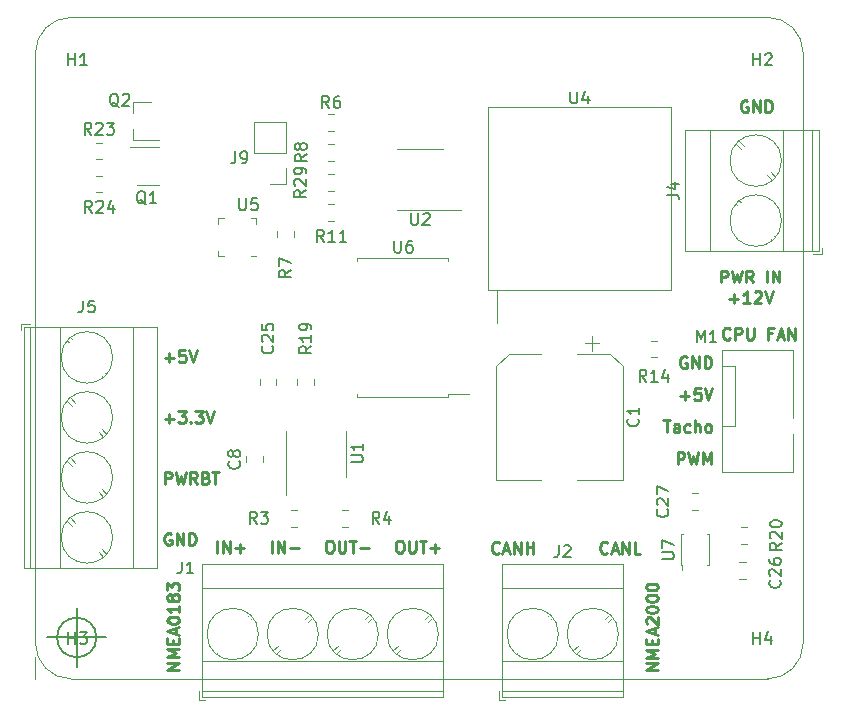
<source format=gbr>
G04 #@! TF.GenerationSoftware,KiCad,Pcbnew,(5.1.5-0-10_14)*
G04 #@! TF.CreationDate,2020-08-15T14:14:15-04:00*
G04 #@! TF.ProjectId,Mimosa-Power-Hat,4d696d6f-7361-42d5-906f-7765722d4861,rev?*
G04 #@! TF.SameCoordinates,PX4e3d4c0PY6c12040*
G04 #@! TF.FileFunction,Legend,Top*
G04 #@! TF.FilePolarity,Positive*
%FSLAX46Y46*%
G04 Gerber Fmt 4.6, Leading zero omitted, Abs format (unit mm)*
G04 Created by KiCad (PCBNEW (5.1.5-0-10_14)) date 2020-08-15 14:14:15*
%MOMM*%
%LPD*%
G04 APERTURE LIST*
%ADD10C,0.010000*%
%ADD11C,0.150000*%
%ADD12C,0.250000*%
%ADD13C,0.100000*%
%ADD14C,0.120000*%
G04 APERTURE END LIST*
D10*
X-3493644Y-1680000D02*
X-3493644Y-3497611D01*
D11*
X1666666Y0D02*
G75*
G03X1666666Y0I-1666666J0D01*
G01*
X-2500000Y0D02*
X2500000Y0D01*
X0Y2500000D02*
X0Y-2500000D01*
D12*
X50870771Y14671220D02*
X50870771Y15671220D01*
X51251723Y15671220D01*
X51346961Y15623600D01*
X51394580Y15575981D01*
X51442199Y15480743D01*
X51442199Y15337886D01*
X51394580Y15242648D01*
X51346961Y15195029D01*
X51251723Y15147410D01*
X50870771Y15147410D01*
X51775533Y15671220D02*
X52013628Y14671220D01*
X52204104Y15385505D01*
X52394580Y14671220D01*
X52632675Y15671220D01*
X53013628Y14671220D02*
X53013628Y15671220D01*
X53346961Y14956934D01*
X53680294Y15671220D01*
X53680294Y14671220D01*
X49680294Y18380554D02*
X50251723Y18380554D01*
X49966008Y17380554D02*
X49966008Y18380554D01*
X51013627Y17380554D02*
X51013627Y17904363D01*
X50966008Y17999601D01*
X50870770Y18047220D01*
X50680294Y18047220D01*
X50585056Y17999601D01*
X51013627Y17428173D02*
X50918389Y17380554D01*
X50680294Y17380554D01*
X50585056Y17428173D01*
X50537437Y17523411D01*
X50537437Y17618649D01*
X50585056Y17713887D01*
X50680294Y17761506D01*
X50918389Y17761506D01*
X51013627Y17809125D01*
X51918389Y17428173D02*
X51823151Y17380554D01*
X51632675Y17380554D01*
X51537437Y17428173D01*
X51489818Y17475792D01*
X51442199Y17571030D01*
X51442199Y17856744D01*
X51489818Y17951982D01*
X51537437Y17999601D01*
X51632675Y18047220D01*
X51823151Y18047220D01*
X51918389Y17999601D01*
X52346961Y17380554D02*
X52346961Y18380554D01*
X52775532Y17380554D02*
X52775532Y17904363D01*
X52727913Y17999601D01*
X52632675Y18047220D01*
X52489818Y18047220D01*
X52394580Y17999601D01*
X52346961Y17951982D01*
X53394580Y17380554D02*
X53299342Y17428173D01*
X53251723Y17475792D01*
X53204103Y17571030D01*
X53204103Y17856744D01*
X53251723Y17951982D01*
X53299342Y17999601D01*
X53394580Y18047220D01*
X53537437Y18047220D01*
X53632675Y17999601D01*
X53680294Y17951982D01*
X53727913Y17856744D01*
X53727913Y17571030D01*
X53680294Y17475792D01*
X53632675Y17428173D01*
X53537437Y17380554D01*
X53394580Y17380554D01*
X51108865Y20470839D02*
X51870770Y20470839D01*
X51489818Y20089887D02*
X51489818Y20851791D01*
X52823151Y21089887D02*
X52346960Y21089887D01*
X52299341Y20613696D01*
X52346960Y20661315D01*
X52442199Y20708934D01*
X52680294Y20708934D01*
X52775532Y20661315D01*
X52823151Y20613696D01*
X52870770Y20518458D01*
X52870770Y20280363D01*
X52823151Y20185125D01*
X52775532Y20137506D01*
X52680294Y20089887D01*
X52442199Y20089887D01*
X52346960Y20137506D01*
X52299341Y20185125D01*
X53156484Y21089887D02*
X53489818Y20089887D01*
X53823151Y21089887D01*
X51632675Y23751600D02*
X51537437Y23799220D01*
X51394580Y23799220D01*
X51251722Y23751600D01*
X51156484Y23656362D01*
X51108865Y23561124D01*
X51061246Y23370648D01*
X51061246Y23227791D01*
X51108865Y23037315D01*
X51156484Y22942077D01*
X51251722Y22846839D01*
X51394580Y22799220D01*
X51489818Y22799220D01*
X51632675Y22846839D01*
X51680294Y22894458D01*
X51680294Y23227791D01*
X51489818Y23227791D01*
X52108865Y22799220D02*
X52108865Y23799220D01*
X52680294Y22799220D01*
X52680294Y23799220D01*
X53156484Y22799220D02*
X53156484Y23799220D01*
X53394580Y23799220D01*
X53537437Y23751600D01*
X53632675Y23656362D01*
X53680294Y23561124D01*
X53727913Y23370648D01*
X53727913Y23227791D01*
X53680294Y23037315D01*
X53632675Y22942077D01*
X53537437Y22846839D01*
X53394580Y22799220D01*
X53156484Y22799220D01*
X8681440Y-2730557D02*
X7681440Y-2730557D01*
X8681440Y-2159128D01*
X7681440Y-2159128D01*
X8681440Y-1682938D02*
X7681440Y-1682938D01*
X8395726Y-1349604D01*
X7681440Y-1016271D01*
X8681440Y-1016271D01*
X8157631Y-540080D02*
X8157631Y-206747D01*
X8681440Y-63890D02*
X8681440Y-540080D01*
X7681440Y-540080D01*
X7681440Y-63890D01*
X8395726Y317062D02*
X8395726Y793253D01*
X8681440Y221824D02*
X7681440Y555158D01*
X8681440Y888491D01*
X7681440Y1412300D02*
X7681440Y1507539D01*
X7729060Y1602777D01*
X7776679Y1650396D01*
X7871917Y1698015D01*
X8062393Y1745634D01*
X8300488Y1745634D01*
X8490964Y1698015D01*
X8586202Y1650396D01*
X8633821Y1602777D01*
X8681440Y1507539D01*
X8681440Y1412300D01*
X8633821Y1317062D01*
X8586202Y1269443D01*
X8490964Y1221824D01*
X8300488Y1174205D01*
X8062393Y1174205D01*
X7871917Y1221824D01*
X7776679Y1269443D01*
X7729060Y1317062D01*
X7681440Y1412300D01*
X8681440Y2698015D02*
X8681440Y2126586D01*
X8681440Y2412300D02*
X7681440Y2412300D01*
X7824298Y2317062D01*
X7919536Y2221824D01*
X7967155Y2126586D01*
X8110012Y3269443D02*
X8062393Y3174205D01*
X8014774Y3126586D01*
X7919536Y3078967D01*
X7871917Y3078967D01*
X7776679Y3126586D01*
X7729060Y3174205D01*
X7681440Y3269443D01*
X7681440Y3459920D01*
X7729060Y3555158D01*
X7776679Y3602777D01*
X7871917Y3650396D01*
X7919536Y3650396D01*
X8014774Y3602777D01*
X8062393Y3555158D01*
X8110012Y3459920D01*
X8110012Y3269443D01*
X8157631Y3174205D01*
X8205250Y3126586D01*
X8300488Y3078967D01*
X8490964Y3078967D01*
X8586202Y3126586D01*
X8633821Y3174205D01*
X8681440Y3269443D01*
X8681440Y3459920D01*
X8633821Y3555158D01*
X8586202Y3602777D01*
X8490964Y3650396D01*
X8300488Y3650396D01*
X8205250Y3602777D01*
X8157631Y3555158D01*
X8110012Y3459920D01*
X7681440Y3983729D02*
X7681440Y4602777D01*
X8062393Y4269443D01*
X8062393Y4412300D01*
X8110012Y4507539D01*
X8157631Y4555158D01*
X8252869Y4602777D01*
X8490964Y4602777D01*
X8586202Y4555158D01*
X8633821Y4507539D01*
X8681440Y4412300D01*
X8681440Y4126586D01*
X8633821Y4031348D01*
X8586202Y3983729D01*
X21324739Y8185840D02*
X21515215Y8185840D01*
X21610453Y8138220D01*
X21705691Y8042982D01*
X21753310Y7852506D01*
X21753310Y7519173D01*
X21705691Y7328697D01*
X21610453Y7233459D01*
X21515215Y7185840D01*
X21324739Y7185840D01*
X21229501Y7233459D01*
X21134263Y7328697D01*
X21086644Y7519173D01*
X21086644Y7852506D01*
X21134263Y8042982D01*
X21229501Y8138220D01*
X21324739Y8185840D01*
X22181882Y8185840D02*
X22181882Y7376316D01*
X22229501Y7281078D01*
X22277120Y7233459D01*
X22372358Y7185840D01*
X22562834Y7185840D01*
X22658072Y7233459D01*
X22705691Y7281078D01*
X22753310Y7376316D01*
X22753310Y8185840D01*
X23086644Y8185840D02*
X23658072Y8185840D01*
X23372358Y7185840D02*
X23372358Y8185840D01*
X23991406Y7566792D02*
X24753310Y7566792D01*
X27265292Y8185840D02*
X27455768Y8185840D01*
X27551006Y8138220D01*
X27646244Y8042982D01*
X27693863Y7852506D01*
X27693863Y7519173D01*
X27646244Y7328697D01*
X27551006Y7233459D01*
X27455768Y7185840D01*
X27265292Y7185840D01*
X27170054Y7233459D01*
X27074816Y7328697D01*
X27027197Y7519173D01*
X27027197Y7852506D01*
X27074816Y8042982D01*
X27170054Y8138220D01*
X27265292Y8185840D01*
X28122435Y8185840D02*
X28122435Y7376316D01*
X28170054Y7281078D01*
X28217673Y7233459D01*
X28312911Y7185840D01*
X28503387Y7185840D01*
X28598625Y7233459D01*
X28646244Y7281078D01*
X28693863Y7376316D01*
X28693863Y8185840D01*
X29027197Y8185840D02*
X29598625Y8185840D01*
X29312911Y7185840D02*
X29312911Y8185840D01*
X29931959Y7566792D02*
X30693863Y7566792D01*
X30312911Y7185840D02*
X30312911Y7947744D01*
X16527042Y7185840D02*
X16527042Y8185840D01*
X17003233Y7185840D02*
X17003233Y8185840D01*
X17574661Y7185840D01*
X17574661Y8185840D01*
X18050852Y7566792D02*
X18812757Y7566792D01*
X11919822Y7185840D02*
X11919822Y8185840D01*
X12396013Y7185840D02*
X12396013Y8185840D01*
X12967441Y7185840D01*
X12967441Y8185840D01*
X13443632Y7566792D02*
X14205537Y7566792D01*
X13824584Y7185840D02*
X13824584Y7947744D01*
X49214760Y-2766117D02*
X48214760Y-2766117D01*
X49214760Y-2194688D01*
X48214760Y-2194688D01*
X49214760Y-1718498D02*
X48214760Y-1718498D01*
X48929046Y-1385164D01*
X48214760Y-1051831D01*
X49214760Y-1051831D01*
X48690951Y-575640D02*
X48690951Y-242307D01*
X49214760Y-99450D02*
X49214760Y-575640D01*
X48214760Y-575640D01*
X48214760Y-99450D01*
X48929046Y281502D02*
X48929046Y757693D01*
X49214760Y186264D02*
X48214760Y519598D01*
X49214760Y852931D01*
X48309999Y1138645D02*
X48262380Y1186264D01*
X48214760Y1281502D01*
X48214760Y1519598D01*
X48262380Y1614836D01*
X48309999Y1662455D01*
X48405237Y1710074D01*
X48500475Y1710074D01*
X48643332Y1662455D01*
X49214760Y1091026D01*
X49214760Y1710074D01*
X48214760Y2329121D02*
X48214760Y2424360D01*
X48262380Y2519598D01*
X48309999Y2567217D01*
X48405237Y2614836D01*
X48595713Y2662455D01*
X48833808Y2662455D01*
X49024284Y2614836D01*
X49119522Y2567217D01*
X49167141Y2519598D01*
X49214760Y2424360D01*
X49214760Y2329121D01*
X49167141Y2233883D01*
X49119522Y2186264D01*
X49024284Y2138645D01*
X48833808Y2091026D01*
X48595713Y2091026D01*
X48405237Y2138645D01*
X48309999Y2186264D01*
X48262380Y2233883D01*
X48214760Y2329121D01*
X48214760Y3281502D02*
X48214760Y3376740D01*
X48262380Y3471979D01*
X48309999Y3519598D01*
X48405237Y3567217D01*
X48595713Y3614836D01*
X48833808Y3614836D01*
X49024284Y3567217D01*
X49119522Y3519598D01*
X49167141Y3471979D01*
X49214760Y3376740D01*
X49214760Y3281502D01*
X49167141Y3186264D01*
X49119522Y3138645D01*
X49024284Y3091026D01*
X48833808Y3043407D01*
X48595713Y3043407D01*
X48405237Y3091026D01*
X48309999Y3138645D01*
X48262380Y3186264D01*
X48214760Y3281502D01*
X48214760Y4233883D02*
X48214760Y4329121D01*
X48262380Y4424360D01*
X48309999Y4471979D01*
X48405237Y4519598D01*
X48595713Y4567217D01*
X48833808Y4567217D01*
X49024284Y4519598D01*
X49119522Y4471979D01*
X49167141Y4424360D01*
X49214760Y4329121D01*
X49214760Y4233883D01*
X49167141Y4138645D01*
X49119522Y4091026D01*
X49024284Y4043407D01*
X48833808Y3995788D01*
X48595713Y3995788D01*
X48405237Y4043407D01*
X48309999Y4091026D01*
X48262380Y4138645D01*
X48214760Y4233883D01*
X44923300Y7192858D02*
X44875681Y7145239D01*
X44732824Y7097620D01*
X44637586Y7097620D01*
X44494729Y7145239D01*
X44399491Y7240477D01*
X44351872Y7335715D01*
X44304253Y7526191D01*
X44304253Y7669048D01*
X44351872Y7859524D01*
X44399491Y7954762D01*
X44494729Y8050000D01*
X44637586Y8097620D01*
X44732824Y8097620D01*
X44875681Y8050000D01*
X44923300Y8002381D01*
X45304253Y7383334D02*
X45780443Y7383334D01*
X45209015Y7097620D02*
X45542348Y8097620D01*
X45875681Y7097620D01*
X46209015Y7097620D02*
X46209015Y8097620D01*
X46780443Y7097620D01*
X46780443Y8097620D01*
X47732824Y7097620D02*
X47256634Y7097620D01*
X47256634Y8097620D01*
X35763333Y7192858D02*
X35715714Y7145239D01*
X35572857Y7097620D01*
X35477619Y7097620D01*
X35334761Y7145239D01*
X35239523Y7240477D01*
X35191904Y7335715D01*
X35144285Y7526191D01*
X35144285Y7669048D01*
X35191904Y7859524D01*
X35239523Y7954762D01*
X35334761Y8050000D01*
X35477619Y8097620D01*
X35572857Y8097620D01*
X35715714Y8050000D01*
X35763333Y8002381D01*
X36144285Y7383334D02*
X36620476Y7383334D01*
X36049047Y7097620D02*
X36382380Y8097620D01*
X36715714Y7097620D01*
X37049047Y7097620D02*
X37049047Y8097620D01*
X37620476Y7097620D01*
X37620476Y8097620D01*
X38096666Y7097620D02*
X38096666Y8097620D01*
X38096666Y7621429D02*
X38668095Y7621429D01*
X38668095Y7097620D02*
X38668095Y8097620D01*
X54538649Y30054700D02*
X54538649Y31054700D01*
X54919601Y31054700D01*
X55014840Y31007080D01*
X55062459Y30959461D01*
X55110078Y30864223D01*
X55110078Y30721366D01*
X55062459Y30626128D01*
X55014840Y30578509D01*
X54919601Y30530890D01*
X54538649Y30530890D01*
X55443411Y31054700D02*
X55681506Y30054700D01*
X55871982Y30768985D01*
X56062459Y30054700D01*
X56300554Y31054700D01*
X57252935Y30054700D02*
X56919601Y30530890D01*
X56681506Y30054700D02*
X56681506Y31054700D01*
X57062459Y31054700D01*
X57157697Y31007080D01*
X57205316Y30959461D01*
X57252935Y30864223D01*
X57252935Y30721366D01*
X57205316Y30626128D01*
X57157697Y30578509D01*
X57062459Y30530890D01*
X56681506Y30530890D01*
X58443411Y30054700D02*
X58443411Y31054700D01*
X58919601Y30054700D02*
X58919601Y31054700D01*
X59491030Y30054700D01*
X59491030Y31054700D01*
X55252935Y28685652D02*
X56014840Y28685652D01*
X55633887Y28304700D02*
X55633887Y29066604D01*
X57014840Y28304700D02*
X56443411Y28304700D01*
X56729125Y28304700D02*
X56729125Y29304700D01*
X56633887Y29161842D01*
X56538649Y29066604D01*
X56443411Y29018985D01*
X57395792Y29209461D02*
X57443411Y29257080D01*
X57538649Y29304700D01*
X57776744Y29304700D01*
X57871982Y29257080D01*
X57919601Y29209461D01*
X57967220Y29114223D01*
X57967220Y29018985D01*
X57919601Y28876128D01*
X57348173Y28304700D01*
X57967220Y28304700D01*
X58252935Y29304700D02*
X58586268Y28304700D01*
X58919601Y29304700D01*
X55305729Y25322698D02*
X55258110Y25275079D01*
X55115253Y25227460D01*
X55020015Y25227460D01*
X54877158Y25275079D01*
X54781920Y25370317D01*
X54734300Y25465555D01*
X54686681Y25656031D01*
X54686681Y25798888D01*
X54734300Y25989364D01*
X54781920Y26084602D01*
X54877158Y26179840D01*
X55020015Y26227460D01*
X55115253Y26227460D01*
X55258110Y26179840D01*
X55305729Y26132221D01*
X55734300Y25227460D02*
X55734300Y26227460D01*
X56115253Y26227460D01*
X56210491Y26179840D01*
X56258110Y26132221D01*
X56305729Y26036983D01*
X56305729Y25894126D01*
X56258110Y25798888D01*
X56210491Y25751269D01*
X56115253Y25703650D01*
X55734300Y25703650D01*
X56734300Y26227460D02*
X56734300Y25417936D01*
X56781920Y25322698D01*
X56829539Y25275079D01*
X56924777Y25227460D01*
X57115253Y25227460D01*
X57210491Y25275079D01*
X57258110Y25322698D01*
X57305729Y25417936D01*
X57305729Y26227460D01*
X58877158Y25751269D02*
X58543824Y25751269D01*
X58543824Y25227460D02*
X58543824Y26227460D01*
X59020015Y26227460D01*
X59353348Y25513174D02*
X59829539Y25513174D01*
X59258110Y25227460D02*
X59591443Y26227460D01*
X59924777Y25227460D01*
X60258110Y25227460D02*
X60258110Y26227460D01*
X60829539Y25227460D01*
X60829539Y26227460D01*
X56781255Y45435580D02*
X56686017Y45483200D01*
X56543160Y45483200D01*
X56400302Y45435580D01*
X56305064Y45340342D01*
X56257445Y45245104D01*
X56209826Y45054628D01*
X56209826Y44911771D01*
X56257445Y44721295D01*
X56305064Y44626057D01*
X56400302Y44530819D01*
X56543160Y44483200D01*
X56638398Y44483200D01*
X56781255Y44530819D01*
X56828874Y44578438D01*
X56828874Y44911771D01*
X56638398Y44911771D01*
X57257445Y44483200D02*
X57257445Y45483200D01*
X57828874Y44483200D01*
X57828874Y45483200D01*
X58305064Y44483200D02*
X58305064Y45483200D01*
X58543160Y45483200D01*
X58686017Y45435580D01*
X58781255Y45340342D01*
X58828874Y45245104D01*
X58876493Y45054628D01*
X58876493Y44911771D01*
X58828874Y44721295D01*
X58781255Y44626057D01*
X58686017Y44530819D01*
X58543160Y44483200D01*
X58305064Y44483200D01*
X7464045Y23690712D02*
X8225950Y23690712D01*
X7844998Y23309760D02*
X7844998Y24071664D01*
X9178331Y24309760D02*
X8702140Y24309760D01*
X8654521Y23833569D01*
X8702140Y23881188D01*
X8797379Y23928807D01*
X9035474Y23928807D01*
X9130712Y23881188D01*
X9178331Y23833569D01*
X9225950Y23738331D01*
X9225950Y23500236D01*
X9178331Y23404998D01*
X9130712Y23357379D01*
X9035474Y23309760D01*
X8797379Y23309760D01*
X8702140Y23357379D01*
X8654521Y23404998D01*
X9511664Y24309760D02*
X9844998Y23309760D01*
X10178331Y24309760D01*
X7464046Y18534512D02*
X8225950Y18534512D01*
X7844998Y18153560D02*
X7844998Y18915464D01*
X8606903Y19153560D02*
X9225950Y19153560D01*
X8892617Y18772607D01*
X9035474Y18772607D01*
X9130712Y18724988D01*
X9178331Y18677369D01*
X9225950Y18582131D01*
X9225950Y18344036D01*
X9178331Y18248798D01*
X9130712Y18201179D01*
X9035474Y18153560D01*
X8749760Y18153560D01*
X8654522Y18201179D01*
X8606903Y18248798D01*
X9654522Y18248798D02*
X9702141Y18201179D01*
X9654522Y18153560D01*
X9606903Y18201179D01*
X9654522Y18248798D01*
X9654522Y18153560D01*
X10035474Y19153560D02*
X10654522Y19153560D01*
X10321188Y18772607D01*
X10464046Y18772607D01*
X10559284Y18724988D01*
X10606903Y18677369D01*
X10654522Y18582131D01*
X10654522Y18344036D01*
X10606903Y18248798D01*
X10559284Y18201179D01*
X10464046Y18153560D01*
X10178331Y18153560D01*
X10083093Y18201179D01*
X10035474Y18248798D01*
X10940236Y19153560D02*
X11273569Y18153560D01*
X11606903Y19153560D01*
X7464046Y12997360D02*
X7464046Y13997360D01*
X7844998Y13997360D01*
X7940236Y13949740D01*
X7987855Y13902121D01*
X8035474Y13806883D01*
X8035474Y13664026D01*
X7987855Y13568788D01*
X7940236Y13521169D01*
X7844998Y13473550D01*
X7464046Y13473550D01*
X8368808Y13997360D02*
X8606903Y12997360D01*
X8797379Y13711645D01*
X8987855Y12997360D01*
X9225951Y13997360D01*
X10178332Y12997360D02*
X9844998Y13473550D01*
X9606903Y12997360D02*
X9606903Y13997360D01*
X9987855Y13997360D01*
X10083093Y13949740D01*
X10130712Y13902121D01*
X10178332Y13806883D01*
X10178332Y13664026D01*
X10130712Y13568788D01*
X10083093Y13521169D01*
X9987855Y13473550D01*
X9606903Y13473550D01*
X10940236Y13521169D02*
X11083093Y13473550D01*
X11130712Y13425931D01*
X11178332Y13330693D01*
X11178332Y13187836D01*
X11130712Y13092598D01*
X11083093Y13044979D01*
X10987855Y12997360D01*
X10606903Y12997360D01*
X10606903Y13997360D01*
X10940236Y13997360D01*
X11035474Y13949740D01*
X11083093Y13902121D01*
X11130712Y13806883D01*
X11130712Y13711645D01*
X11083093Y13616407D01*
X11035474Y13568788D01*
X10940236Y13521169D01*
X10606903Y13521169D01*
X11464046Y13997360D02*
X12035474Y13997360D01*
X11749760Y12997360D02*
X11749760Y13997360D01*
X7987855Y8793540D02*
X7892617Y8841160D01*
X7749760Y8841160D01*
X7606902Y8793540D01*
X7511664Y8698302D01*
X7464045Y8603064D01*
X7416426Y8412588D01*
X7416426Y8269731D01*
X7464045Y8079255D01*
X7511664Y7984017D01*
X7606902Y7888779D01*
X7749760Y7841160D01*
X7844998Y7841160D01*
X7987855Y7888779D01*
X8035474Y7936398D01*
X8035474Y8269731D01*
X7844998Y8269731D01*
X8464045Y7841160D02*
X8464045Y8841160D01*
X9035474Y7841160D01*
X9035474Y8841160D01*
X9511664Y7841160D02*
X9511664Y8841160D01*
X9749760Y8841160D01*
X9892617Y8793540D01*
X9987855Y8698302D01*
X10035474Y8603064D01*
X10083093Y8412588D01*
X10083093Y8269731D01*
X10035474Y8079255D01*
X9987855Y7984017D01*
X9892617Y7888779D01*
X9749760Y7841160D01*
X9511664Y7841160D01*
D13*
X-3493644Y49502389D02*
X-3493644Y-497611D01*
X-3493644Y49502389D02*
G75*
G02X-493644Y52502389I3000000J0D01*
G01*
X58506356Y52502389D02*
X-493644Y52502389D01*
X58506356Y52502389D02*
G75*
G02X61506356Y49502389I0J-3000000D01*
G01*
X61506351Y-502847D02*
X61506356Y49502389D01*
X-493644Y-3497611D02*
G75*
G02X-3493644Y-497611I0J3000000D01*
G01*
X-493644Y-3497611D02*
X58506356Y-3497611D01*
X61506351Y-502847D02*
G75*
G02X58506356Y-3497611I-2999995J5236D01*
G01*
D14*
X44245000Y24895000D02*
X42995000Y24895000D01*
X43620000Y25520000D02*
X43620000Y24270000D01*
X36564437Y24030000D02*
X35500000Y22965563D01*
X45155563Y24030000D02*
X46220000Y22965563D01*
X45155563Y24030000D02*
X42370000Y24030000D01*
X36564437Y24030000D02*
X39350000Y24030000D01*
X35500000Y22965563D02*
X35500000Y13310000D01*
X46220000Y22965563D02*
X46220000Y13310000D01*
X46220000Y13310000D02*
X42370000Y13310000D01*
X35500000Y13310000D02*
X39350000Y13310000D01*
X29085000Y36211000D02*
X32535000Y36211000D01*
X29085000Y36211000D02*
X27135000Y36211000D01*
X29085000Y41331000D02*
X31035000Y41331000D01*
X29085000Y41331000D02*
X27135000Y41331000D01*
X-4734400Y26548800D02*
X-4734400Y26048800D01*
X-3994400Y26548800D02*
X-4734400Y26548800D01*
X-126400Y9726800D02*
X-522400Y10121800D01*
X2519600Y7080800D02*
X2139600Y7460800D01*
X-408400Y9475800D02*
X-788400Y9855800D01*
X2253600Y6814800D02*
X1857600Y7209800D01*
X-126400Y14806800D02*
X-522400Y15201800D01*
X2519600Y12160800D02*
X2139600Y12540800D01*
X-408400Y14555800D02*
X-788400Y14935800D01*
X2253600Y11894800D02*
X1857600Y12289800D01*
X-126400Y19886800D02*
X-522400Y20281800D01*
X2519600Y17240800D02*
X2139600Y17620800D01*
X-408400Y19635800D02*
X-788400Y20015800D01*
X2253600Y16974800D02*
X1857600Y17369800D01*
X-415400Y25256800D02*
X-522400Y25362800D01*
X2519600Y22320800D02*
X2412600Y22427800D01*
X-681400Y24990800D02*
X-788400Y25096800D01*
X2253600Y22054800D02*
X2146600Y22161800D01*
X6825600Y5868800D02*
X-4494400Y5868800D01*
X6825600Y26308800D02*
X-4494400Y26308800D01*
X-4494400Y26308800D02*
X-4494400Y5868800D01*
X6825600Y26308800D02*
X6825600Y5868800D01*
X4765600Y26308800D02*
X4765600Y5868800D01*
X-1434400Y26308800D02*
X-1434400Y5868800D01*
X-3934400Y26308800D02*
X-3934400Y5868800D01*
X3045600Y8468800D02*
G75*
G03X3045600Y8468800I-2180000J0D01*
G01*
X3045600Y13548800D02*
G75*
G03X3045600Y13548800I-2180000J0D01*
G01*
X3045600Y18628800D02*
G75*
G03X3045600Y18628800I-2180000J0D01*
G01*
X3045600Y23708800D02*
G75*
G03X3045600Y23708800I-2180000J0D01*
G01*
X63092360Y32456280D02*
X63092360Y32956280D01*
X62352360Y32456280D02*
X63092360Y32456280D01*
X58484360Y39118280D02*
X58880360Y38723280D01*
X55838360Y41764280D02*
X56218360Y41384280D01*
X58766360Y39369280D02*
X59146360Y38989280D01*
X56104360Y42030280D02*
X56500360Y41635280D01*
X58773360Y33748280D02*
X58880360Y33642280D01*
X55838360Y36684280D02*
X55945360Y36577280D01*
X59039360Y34014280D02*
X59146360Y33908280D01*
X56104360Y36950280D02*
X56211360Y36843280D01*
X51532360Y42976280D02*
X62852360Y42976280D01*
X51532360Y32696280D02*
X62852360Y32696280D01*
X62852360Y32696280D02*
X62852360Y42976280D01*
X51532360Y32696280D02*
X51532360Y42976280D01*
X53592360Y32696280D02*
X53592360Y42976280D01*
X59792360Y32696280D02*
X59792360Y42976280D01*
X62292360Y32696280D02*
X62292360Y42976280D01*
X59672360Y40376280D02*
G75*
G03X59672360Y40376280I-2180000J0D01*
G01*
X59672360Y35296280D02*
G75*
G03X59672360Y35296280I-2180000J0D01*
G01*
X35770000Y-5310000D02*
X36270000Y-5310000D01*
X35770000Y-4570000D02*
X35770000Y-5310000D01*
X42432000Y-702000D02*
X42037000Y-1098000D01*
X45078000Y1944000D02*
X44698000Y1564000D01*
X42683000Y-984000D02*
X42303000Y-1364000D01*
X45344000Y1678000D02*
X44949000Y1282000D01*
X37062000Y-991000D02*
X36956000Y-1098000D01*
X39998000Y1944000D02*
X39891000Y1837000D01*
X37328000Y-1257000D02*
X37222000Y-1364000D01*
X40264000Y1678000D02*
X40157000Y1571000D01*
X46290000Y6250000D02*
X46290000Y-5070000D01*
X36010000Y6250000D02*
X36010000Y-5070000D01*
X36010000Y-5070000D02*
X46290000Y-5070000D01*
X36010000Y6250000D02*
X46290000Y6250000D01*
X36010000Y4190000D02*
X46290000Y4190000D01*
X36010000Y-2010000D02*
X46290000Y-2010000D01*
X36010000Y-4510000D02*
X46290000Y-4510000D01*
X45870000Y290000D02*
G75*
G03X45870000Y290000I-2180000J0D01*
G01*
X40790000Y290000D02*
G75*
G03X40790000Y290000I-2180000J0D01*
G01*
X10370000Y-5310000D02*
X10870000Y-5310000D01*
X10370000Y-4570000D02*
X10370000Y-5310000D01*
X27192000Y-702000D02*
X26797000Y-1098000D01*
X29838000Y1944000D02*
X29458000Y1564000D01*
X27443000Y-984000D02*
X27063000Y-1364000D01*
X30104000Y1678000D02*
X29709000Y1282000D01*
X22112000Y-702000D02*
X21717000Y-1098000D01*
X24758000Y1944000D02*
X24378000Y1564000D01*
X22363000Y-984000D02*
X21983000Y-1364000D01*
X25024000Y1678000D02*
X24629000Y1282000D01*
X17032000Y-702000D02*
X16637000Y-1098000D01*
X19678000Y1944000D02*
X19298000Y1564000D01*
X17283000Y-984000D02*
X16903000Y-1364000D01*
X19944000Y1678000D02*
X19549000Y1282000D01*
X11662000Y-991000D02*
X11556000Y-1098000D01*
X14598000Y1944000D02*
X14491000Y1837000D01*
X11928000Y-1257000D02*
X11822000Y-1364000D01*
X14864000Y1678000D02*
X14757000Y1571000D01*
X31050000Y6250000D02*
X31050000Y-5070000D01*
X10610000Y6250000D02*
X10610000Y-5070000D01*
X10610000Y-5070000D02*
X31050000Y-5070000D01*
X10610000Y6250000D02*
X31050000Y6250000D01*
X10610000Y4190000D02*
X31050000Y4190000D01*
X10610000Y-2010000D02*
X31050000Y-2010000D01*
X10610000Y-4510000D02*
X31050000Y-4510000D01*
X30630000Y290000D02*
G75*
G03X30630000Y290000I-2180000J0D01*
G01*
X25550000Y290000D02*
G75*
G03X25550000Y290000I-2180000J0D01*
G01*
X20470000Y290000D02*
G75*
G03X20470000Y290000I-2180000J0D01*
G01*
X15390000Y290000D02*
G75*
G03X15390000Y290000I-2180000J0D01*
G01*
X53559020Y6129940D02*
X53559020Y8729940D01*
X53559020Y8729940D02*
X53359020Y8729940D01*
X51359020Y8729940D02*
X51159020Y8729940D01*
X51159020Y8729940D02*
X51159020Y6129940D01*
X51159020Y6129940D02*
X51259020Y6129940D01*
X51259020Y6129940D02*
X51259020Y5729940D01*
X53559020Y6129940D02*
X53359020Y6129940D01*
X56740152Y9369300D02*
X56217648Y9369300D01*
X56740152Y7949300D02*
X56217648Y7949300D01*
X52577092Y12203940D02*
X52054588Y12203940D01*
X52577092Y10783940D02*
X52054588Y10783940D01*
X56633472Y6349240D02*
X56110968Y6349240D01*
X56633472Y4929240D02*
X56110968Y4929240D01*
X21789752Y36687000D02*
X21267248Y36687000D01*
X21789752Y35267000D02*
X21267248Y35267000D01*
X17713740Y15509680D02*
X17713740Y12059680D01*
X17713740Y15509680D02*
X17713740Y17459680D01*
X22833740Y15509680D02*
X22833740Y13559680D01*
X22833740Y15509680D02*
X22833740Y17459680D01*
X21267248Y37807000D02*
X21789752Y37807000D01*
X21267248Y39227000D02*
X21789752Y39227000D01*
X2168252Y39100000D02*
X1645748Y39100000D01*
X2168252Y37680000D02*
X1645748Y37680000D01*
X2168252Y41894000D02*
X1645748Y41894000D01*
X2168252Y40474000D02*
X1645748Y40474000D01*
X18659500Y21887252D02*
X18659500Y21364748D01*
X20079500Y21887252D02*
X20079500Y21364748D01*
X49171252Y25130000D02*
X48648748Y25130000D01*
X49171252Y23710000D02*
X48648748Y23710000D01*
X21267248Y40347000D02*
X21789752Y40347000D01*
X21267248Y41767000D02*
X21789752Y41767000D01*
X18390400Y33912348D02*
X18390400Y34434852D01*
X16970400Y33912348D02*
X16970400Y34434852D01*
X21267248Y42887000D02*
X21789752Y42887000D01*
X21267248Y44307000D02*
X21789752Y44307000D01*
X22464968Y9333600D02*
X22987472Y9333600D01*
X22464968Y10753600D02*
X22987472Y10753600D01*
X18693492Y10753600D02*
X18170988Y10753600D01*
X18693492Y9333600D02*
X18170988Y9333600D01*
X15484500Y21887252D02*
X15484500Y21364748D01*
X16904500Y21887252D02*
X16904500Y21364748D01*
X15746260Y14814088D02*
X15746260Y15336592D01*
X14326260Y14814088D02*
X14326260Y15336592D01*
X31421000Y20621500D02*
X33236000Y20621500D01*
X31421000Y20376500D02*
X31421000Y20621500D01*
X27561000Y20376500D02*
X31421000Y20376500D01*
X23701000Y20376500D02*
X23701000Y20621500D01*
X27561000Y20376500D02*
X23701000Y20376500D01*
X31421000Y32146500D02*
X31421000Y31901500D01*
X27561000Y32146500D02*
X31421000Y32146500D01*
X23701000Y32146500D02*
X23701000Y31901500D01*
X27561000Y32146500D02*
X23701000Y32146500D01*
X14726000Y32271500D02*
X15201000Y32271500D01*
X11981000Y35491500D02*
X11981000Y35016500D01*
X12456000Y35491500D02*
X11981000Y35491500D01*
X15201000Y35491500D02*
X15201000Y35016500D01*
X14726000Y35491500D02*
X15201000Y35491500D01*
X11981000Y32271500D02*
X11981000Y32746500D01*
X12456000Y32271500D02*
X11981000Y32271500D01*
X55768780Y17894740D02*
X54758780Y17894740D01*
X55768780Y22974740D02*
X55768780Y17894740D01*
X54758780Y22974740D02*
X55768780Y22974740D01*
X54658780Y24324740D02*
X60658780Y24324740D01*
X54658780Y14024740D02*
X54658780Y24324740D01*
X60608780Y14024740D02*
X54658780Y14024740D01*
X60608780Y17224740D02*
X60608780Y14024740D01*
X60658780Y24324740D02*
X60658780Y18574740D01*
X35569860Y29406580D02*
X35569860Y26656580D01*
X34819860Y44916580D02*
X50319860Y44916580D01*
X50319860Y44916580D02*
X50319860Y29416580D01*
X34819860Y29416580D02*
X34819860Y44916580D01*
X34819860Y29416580D02*
X50319860Y29416580D01*
X17689600Y38431600D02*
X16359600Y38431600D01*
X17689600Y39761600D02*
X17689600Y38431600D01*
X17689600Y41031600D02*
X15029600Y41031600D01*
X15029600Y41031600D02*
X15029600Y43631600D01*
X17689600Y41031600D02*
X17689600Y43631600D01*
X17689600Y43631600D02*
X15029600Y43631600D01*
X4800000Y45300000D02*
X6260000Y45300000D01*
X4800000Y42140000D02*
X6960000Y42140000D01*
X4800000Y42140000D02*
X4800000Y43070000D01*
X4800000Y45300000D02*
X4800000Y44370000D01*
X6934500Y41511300D02*
X4484500Y41511300D01*
X5134500Y38291300D02*
X6934500Y38291300D01*
D11*
X47517142Y18503334D02*
X47564761Y18455715D01*
X47612380Y18312858D01*
X47612380Y18217620D01*
X47564761Y18074762D01*
X47469523Y17979524D01*
X47374285Y17931905D01*
X47183809Y17884286D01*
X47040952Y17884286D01*
X46850476Y17931905D01*
X46755238Y17979524D01*
X46660000Y18074762D01*
X46612380Y18217620D01*
X46612380Y18312858D01*
X46660000Y18455715D01*
X46707619Y18503334D01*
X47612380Y19455715D02*
X47612380Y18884286D01*
X47612380Y19170000D02*
X46612380Y19170000D01*
X46755238Y19074762D01*
X46850476Y18979524D01*
X46898095Y18884286D01*
X28323095Y35918620D02*
X28323095Y35109096D01*
X28370714Y35013858D01*
X28418333Y34966239D01*
X28513571Y34918620D01*
X28704047Y34918620D01*
X28799285Y34966239D01*
X28846904Y35013858D01*
X28894523Y35109096D01*
X28894523Y35918620D01*
X29323095Y35823381D02*
X29370714Y35871000D01*
X29465952Y35918620D01*
X29704047Y35918620D01*
X29799285Y35871000D01*
X29846904Y35823381D01*
X29894523Y35728143D01*
X29894523Y35632905D01*
X29846904Y35490048D01*
X29275476Y34918620D01*
X29894523Y34918620D01*
X526666Y28517620D02*
X526666Y27803334D01*
X479047Y27660477D01*
X383809Y27565239D01*
X240952Y27517620D01*
X145714Y27517620D01*
X1479047Y28517620D02*
X1002857Y28517620D01*
X955238Y28041429D01*
X1002857Y28089048D01*
X1098095Y28136667D01*
X1336190Y28136667D01*
X1431428Y28089048D01*
X1479047Y28041429D01*
X1526666Y27946191D01*
X1526666Y27708096D01*
X1479047Y27612858D01*
X1431428Y27565239D01*
X1336190Y27517620D01*
X1098095Y27517620D01*
X1002857Y27565239D01*
X955238Y27612858D01*
X49984740Y37502947D02*
X50699026Y37502947D01*
X50841883Y37455328D01*
X50937121Y37360090D01*
X50984740Y37217233D01*
X50984740Y37121995D01*
X50318074Y38407709D02*
X50984740Y38407709D01*
X49937121Y38169614D02*
X50651407Y37931519D01*
X50651407Y38550566D01*
X40816666Y7797620D02*
X40816666Y7083334D01*
X40769047Y6940477D01*
X40673809Y6845239D01*
X40530952Y6797620D01*
X40435714Y6797620D01*
X41245238Y7702381D02*
X41292857Y7750000D01*
X41388095Y7797620D01*
X41626190Y7797620D01*
X41721428Y7750000D01*
X41769047Y7702381D01*
X41816666Y7607143D01*
X41816666Y7511905D01*
X41769047Y7369048D01*
X41197619Y6797620D01*
X41816666Y6797620D01*
X8888866Y6428160D02*
X8888866Y5713874D01*
X8841247Y5571017D01*
X8746009Y5475779D01*
X8603152Y5428160D01*
X8507914Y5428160D01*
X9888866Y5428160D02*
X9317438Y5428160D01*
X9603152Y5428160D02*
X9603152Y6428160D01*
X9507914Y6285302D01*
X9412676Y6190064D01*
X9317438Y6142445D01*
X49560960Y6627396D02*
X50370484Y6627396D01*
X50465722Y6675015D01*
X50513341Y6722634D01*
X50560960Y6817872D01*
X50560960Y7008348D01*
X50513341Y7103586D01*
X50465722Y7151205D01*
X50370484Y7198824D01*
X49560960Y7198824D01*
X49560960Y7579777D02*
X49560960Y8246443D01*
X50560960Y7817872D01*
X59687180Y8006283D02*
X59210990Y7672950D01*
X59687180Y7434855D02*
X58687180Y7434855D01*
X58687180Y7815807D01*
X58734800Y7911045D01*
X58782419Y7958664D01*
X58877657Y8006283D01*
X59020514Y8006283D01*
X59115752Y7958664D01*
X59163371Y7911045D01*
X59210990Y7815807D01*
X59210990Y7434855D01*
X58782419Y8387236D02*
X58734800Y8434855D01*
X58687180Y8530093D01*
X58687180Y8768188D01*
X58734800Y8863426D01*
X58782419Y8911045D01*
X58877657Y8958664D01*
X58972895Y8958664D01*
X59115752Y8911045D01*
X59687180Y8339617D01*
X59687180Y8958664D01*
X58687180Y9577712D02*
X58687180Y9672950D01*
X58734800Y9768188D01*
X58782419Y9815807D01*
X58877657Y9863426D01*
X59068133Y9911045D01*
X59306228Y9911045D01*
X59496704Y9863426D01*
X59591942Y9815807D01*
X59639561Y9768188D01*
X59687180Y9672950D01*
X59687180Y9577712D01*
X59639561Y9482474D01*
X59591942Y9434855D01*
X59496704Y9387236D01*
X59306228Y9339617D01*
X59068133Y9339617D01*
X58877657Y9387236D01*
X58782419Y9434855D01*
X58734800Y9482474D01*
X58687180Y9577712D01*
X50003442Y10838383D02*
X50051061Y10790764D01*
X50098680Y10647907D01*
X50098680Y10552669D01*
X50051061Y10409812D01*
X49955823Y10314574D01*
X49860585Y10266955D01*
X49670109Y10219336D01*
X49527252Y10219336D01*
X49336776Y10266955D01*
X49241538Y10314574D01*
X49146300Y10409812D01*
X49098680Y10552669D01*
X49098680Y10647907D01*
X49146300Y10790764D01*
X49193919Y10838383D01*
X49193919Y11219336D02*
X49146300Y11266955D01*
X49098680Y11362193D01*
X49098680Y11600288D01*
X49146300Y11695526D01*
X49193919Y11743145D01*
X49289157Y11790764D01*
X49384395Y11790764D01*
X49527252Y11743145D01*
X50098680Y11171717D01*
X50098680Y11790764D01*
X49098680Y12124098D02*
X49098680Y12790764D01*
X50098680Y12362193D01*
X59528442Y4836363D02*
X59576061Y4788744D01*
X59623680Y4645887D01*
X59623680Y4550649D01*
X59576061Y4407792D01*
X59480823Y4312554D01*
X59385585Y4264935D01*
X59195109Y4217316D01*
X59052252Y4217316D01*
X58861776Y4264935D01*
X58766538Y4312554D01*
X58671300Y4407792D01*
X58623680Y4550649D01*
X58623680Y4645887D01*
X58671300Y4788744D01*
X58718919Y4836363D01*
X58718919Y5217316D02*
X58671300Y5264935D01*
X58623680Y5360173D01*
X58623680Y5598268D01*
X58671300Y5693506D01*
X58718919Y5741125D01*
X58814157Y5788744D01*
X58909395Y5788744D01*
X59052252Y5741125D01*
X59623680Y5169697D01*
X59623680Y5788744D01*
X58623680Y6645887D02*
X58623680Y6455411D01*
X58671300Y6360173D01*
X58718919Y6312554D01*
X58861776Y6217316D01*
X59052252Y6169697D01*
X59433204Y6169697D01*
X59528442Y6217316D01*
X59576061Y6264935D01*
X59623680Y6360173D01*
X59623680Y6550649D01*
X59576061Y6645887D01*
X59528442Y6693506D01*
X59433204Y6741125D01*
X59195109Y6741125D01*
X59099871Y6693506D01*
X59052252Y6645887D01*
X59004633Y6550649D01*
X59004633Y6360173D01*
X59052252Y6264935D01*
X59099871Y6217316D01*
X59195109Y6169697D01*
X20928822Y33495160D02*
X20595489Y33971350D01*
X20357394Y33495160D02*
X20357394Y34495160D01*
X20738346Y34495160D01*
X20833584Y34447540D01*
X20881203Y34399921D01*
X20928822Y34304683D01*
X20928822Y34161826D01*
X20881203Y34066588D01*
X20833584Y34018969D01*
X20738346Y33971350D01*
X20357394Y33971350D01*
X21881203Y33495160D02*
X21309775Y33495160D01*
X21595489Y33495160D02*
X21595489Y34495160D01*
X21500251Y34352302D01*
X21405013Y34257064D01*
X21309775Y34209445D01*
X22833584Y33495160D02*
X22262156Y33495160D01*
X22547870Y33495160D02*
X22547870Y34495160D01*
X22452632Y34352302D01*
X22357394Y34257064D01*
X22262156Y34209445D01*
X23228780Y14839216D02*
X24038304Y14839216D01*
X24133542Y14886835D01*
X24181161Y14934454D01*
X24228780Y15029692D01*
X24228780Y15220168D01*
X24181161Y15315406D01*
X24133542Y15363025D01*
X24038304Y15410644D01*
X23228780Y15410644D01*
X24228780Y16410644D02*
X24228780Y15839216D01*
X24228780Y16124930D02*
X23228780Y16124930D01*
X23371638Y16029692D01*
X23466876Y15934454D01*
X23514495Y15839216D01*
X19423100Y37871603D02*
X18946910Y37538270D01*
X19423100Y37300175D02*
X18423100Y37300175D01*
X18423100Y37681127D01*
X18470720Y37776365D01*
X18518339Y37823984D01*
X18613577Y37871603D01*
X18756434Y37871603D01*
X18851672Y37823984D01*
X18899291Y37776365D01*
X18946910Y37681127D01*
X18946910Y37300175D01*
X18518339Y38252556D02*
X18470720Y38300175D01*
X18423100Y38395413D01*
X18423100Y38633508D01*
X18470720Y38728746D01*
X18518339Y38776365D01*
X18613577Y38823984D01*
X18708815Y38823984D01*
X18851672Y38776365D01*
X19423100Y38204937D01*
X19423100Y38823984D01*
X19423100Y39300175D02*
X19423100Y39490651D01*
X19375481Y39585889D01*
X19327862Y39633508D01*
X19185005Y39728746D01*
X18994529Y39776365D01*
X18613577Y39776365D01*
X18518339Y39728746D01*
X18470720Y39681127D01*
X18423100Y39585889D01*
X18423100Y39395413D01*
X18470720Y39300175D01*
X18518339Y39252556D01*
X18613577Y39204937D01*
X18851672Y39204937D01*
X18946910Y39252556D01*
X18994529Y39300175D01*
X19042148Y39395413D01*
X19042148Y39585889D01*
X18994529Y39681127D01*
X18946910Y39728746D01*
X18851672Y39776365D01*
X1294622Y35974200D02*
X961289Y36450390D01*
X723194Y35974200D02*
X723194Y36974200D01*
X1104146Y36974200D01*
X1199384Y36926580D01*
X1247003Y36878961D01*
X1294622Y36783723D01*
X1294622Y36640866D01*
X1247003Y36545628D01*
X1199384Y36498009D01*
X1104146Y36450390D01*
X723194Y36450390D01*
X1675575Y36878961D02*
X1723194Y36926580D01*
X1818432Y36974200D01*
X2056527Y36974200D01*
X2151765Y36926580D01*
X2199384Y36878961D01*
X2247003Y36783723D01*
X2247003Y36688485D01*
X2199384Y36545628D01*
X1627956Y35974200D01*
X2247003Y35974200D01*
X3104146Y36640866D02*
X3104146Y35974200D01*
X2866051Y37021819D02*
X2627956Y36307533D01*
X3247003Y36307533D01*
X1238742Y42570580D02*
X905409Y43046770D01*
X667314Y42570580D02*
X667314Y43570580D01*
X1048266Y43570580D01*
X1143504Y43522960D01*
X1191123Y43475341D01*
X1238742Y43380103D01*
X1238742Y43237246D01*
X1191123Y43142008D01*
X1143504Y43094389D01*
X1048266Y43046770D01*
X667314Y43046770D01*
X1619695Y43475341D02*
X1667314Y43522960D01*
X1762552Y43570580D01*
X2000647Y43570580D01*
X2095885Y43522960D01*
X2143504Y43475341D01*
X2191123Y43380103D01*
X2191123Y43284865D01*
X2143504Y43142008D01*
X1572076Y42570580D01*
X2191123Y42570580D01*
X2524457Y43570580D02*
X3143504Y43570580D01*
X2810171Y43189627D01*
X2953028Y43189627D01*
X3048266Y43142008D01*
X3095885Y43094389D01*
X3143504Y42999151D01*
X3143504Y42761056D01*
X3095885Y42665818D01*
X3048266Y42618199D01*
X2953028Y42570580D01*
X2667314Y42570580D01*
X2572076Y42618199D01*
X2524457Y42665818D01*
X19862380Y24677143D02*
X19386190Y24343810D01*
X19862380Y24105715D02*
X18862380Y24105715D01*
X18862380Y24486667D01*
X18910000Y24581905D01*
X18957619Y24629524D01*
X19052857Y24677143D01*
X19195714Y24677143D01*
X19290952Y24629524D01*
X19338571Y24581905D01*
X19386190Y24486667D01*
X19386190Y24105715D01*
X19862380Y25629524D02*
X19862380Y25058096D01*
X19862380Y25343810D02*
X18862380Y25343810D01*
X19005238Y25248572D01*
X19100476Y25153334D01*
X19148095Y25058096D01*
X19862380Y26105715D02*
X19862380Y26296191D01*
X19814761Y26391429D01*
X19767142Y26439048D01*
X19624285Y26534286D01*
X19433809Y26581905D01*
X19052857Y26581905D01*
X18957619Y26534286D01*
X18910000Y26486667D01*
X18862380Y26391429D01*
X18862380Y26200953D01*
X18910000Y26105715D01*
X18957619Y26058096D01*
X19052857Y26010477D01*
X19290952Y26010477D01*
X19386190Y26058096D01*
X19433809Y26105715D01*
X19481428Y26200953D01*
X19481428Y26391429D01*
X19433809Y26486667D01*
X19386190Y26534286D01*
X19290952Y26581905D01*
X48227142Y21667620D02*
X47893809Y22143810D01*
X47655714Y21667620D02*
X47655714Y22667620D01*
X48036666Y22667620D01*
X48131904Y22620000D01*
X48179523Y22572381D01*
X48227142Y22477143D01*
X48227142Y22334286D01*
X48179523Y22239048D01*
X48131904Y22191429D01*
X48036666Y22143810D01*
X47655714Y22143810D01*
X49179523Y21667620D02*
X48608095Y21667620D01*
X48893809Y21667620D02*
X48893809Y22667620D01*
X48798571Y22524762D01*
X48703333Y22429524D01*
X48608095Y22381905D01*
X50036666Y22334286D02*
X50036666Y21667620D01*
X49798571Y22715239D02*
X49560476Y22000953D01*
X50179523Y22000953D01*
X19468820Y40892874D02*
X18992630Y40559540D01*
X19468820Y40321445D02*
X18468820Y40321445D01*
X18468820Y40702398D01*
X18516440Y40797636D01*
X18564059Y40845255D01*
X18659297Y40892874D01*
X18802154Y40892874D01*
X18897392Y40845255D01*
X18945011Y40797636D01*
X18992630Y40702398D01*
X18992630Y40321445D01*
X18897392Y41464302D02*
X18849773Y41369064D01*
X18802154Y41321445D01*
X18706916Y41273826D01*
X18659297Y41273826D01*
X18564059Y41321445D01*
X18516440Y41369064D01*
X18468820Y41464302D01*
X18468820Y41654779D01*
X18516440Y41750017D01*
X18564059Y41797636D01*
X18659297Y41845255D01*
X18706916Y41845255D01*
X18802154Y41797636D01*
X18849773Y41750017D01*
X18897392Y41654779D01*
X18897392Y41464302D01*
X18945011Y41369064D01*
X18992630Y41321445D01*
X19087868Y41273826D01*
X19278344Y41273826D01*
X19373582Y41321445D01*
X19421201Y41369064D01*
X19468820Y41464302D01*
X19468820Y41654779D01*
X19421201Y41750017D01*
X19373582Y41797636D01*
X19278344Y41845255D01*
X19087868Y41845255D01*
X18992630Y41797636D01*
X18945011Y41750017D01*
X18897392Y41654779D01*
X18115000Y31106254D02*
X17638810Y30772920D01*
X18115000Y30534825D02*
X17115000Y30534825D01*
X17115000Y30915778D01*
X17162620Y31011016D01*
X17210239Y31058635D01*
X17305477Y31106254D01*
X17448334Y31106254D01*
X17543572Y31058635D01*
X17591191Y31011016D01*
X17638810Y30915778D01*
X17638810Y30534825D01*
X17115000Y31439587D02*
X17115000Y32106254D01*
X18115000Y31677682D01*
X21366913Y44833720D02*
X21033580Y45309910D01*
X20795484Y44833720D02*
X20795484Y45833720D01*
X21176437Y45833720D01*
X21271675Y45786100D01*
X21319294Y45738481D01*
X21366913Y45643243D01*
X21366913Y45500386D01*
X21319294Y45405148D01*
X21271675Y45357529D01*
X21176437Y45309910D01*
X20795484Y45309910D01*
X22224056Y45833720D02*
X22033580Y45833720D01*
X21938341Y45786100D01*
X21890722Y45738481D01*
X21795484Y45595624D01*
X21747865Y45405148D01*
X21747865Y45024196D01*
X21795484Y44928958D01*
X21843103Y44881339D01*
X21938341Y44833720D01*
X22128818Y44833720D01*
X22224056Y44881339D01*
X22271675Y44928958D01*
X22319294Y45024196D01*
X22319294Y45262291D01*
X22271675Y45357529D01*
X22224056Y45405148D01*
X22128818Y45452767D01*
X21938341Y45452767D01*
X21843103Y45405148D01*
X21795484Y45357529D01*
X21747865Y45262291D01*
X25622793Y9631860D02*
X25289460Y10108050D01*
X25051364Y9631860D02*
X25051364Y10631860D01*
X25432317Y10631860D01*
X25527555Y10584240D01*
X25575174Y10536621D01*
X25622793Y10441383D01*
X25622793Y10298526D01*
X25575174Y10203288D01*
X25527555Y10155669D01*
X25432317Y10108050D01*
X25051364Y10108050D01*
X26479936Y10298526D02*
X26479936Y9631860D01*
X26241840Y10679479D02*
X26003745Y9965193D01*
X26622793Y9965193D01*
X15230273Y9631860D02*
X14896940Y10108050D01*
X14658844Y9631860D02*
X14658844Y10631860D01*
X15039797Y10631860D01*
X15135035Y10584240D01*
X15182654Y10536621D01*
X15230273Y10441383D01*
X15230273Y10298526D01*
X15182654Y10203288D01*
X15135035Y10155669D01*
X15039797Y10108050D01*
X14658844Y10108050D01*
X15563606Y10631860D02*
X16182654Y10631860D01*
X15849320Y10250907D01*
X15992178Y10250907D01*
X16087416Y10203288D01*
X16135035Y10155669D01*
X16182654Y10060431D01*
X16182654Y9822336D01*
X16135035Y9727098D01*
X16087416Y9679479D01*
X15992178Y9631860D01*
X15706463Y9631860D01*
X15611225Y9679479D01*
X15563606Y9727098D01*
X16567142Y24677143D02*
X16614761Y24629524D01*
X16662380Y24486667D01*
X16662380Y24391429D01*
X16614761Y24248572D01*
X16519523Y24153334D01*
X16424285Y24105715D01*
X16233809Y24058096D01*
X16090952Y24058096D01*
X15900476Y24105715D01*
X15805238Y24153334D01*
X15710000Y24248572D01*
X15662380Y24391429D01*
X15662380Y24486667D01*
X15710000Y24629524D01*
X15757619Y24677143D01*
X15757619Y25058096D02*
X15710000Y25105715D01*
X15662380Y25200953D01*
X15662380Y25439048D01*
X15710000Y25534286D01*
X15757619Y25581905D01*
X15852857Y25629524D01*
X15948095Y25629524D01*
X16090952Y25581905D01*
X16662380Y25010477D01*
X16662380Y25629524D01*
X15662380Y26534286D02*
X15662380Y26058096D01*
X16138571Y26010477D01*
X16090952Y26058096D01*
X16043333Y26153334D01*
X16043333Y26391429D01*
X16090952Y26486667D01*
X16138571Y26534286D01*
X16233809Y26581905D01*
X16471904Y26581905D01*
X16567142Y26534286D01*
X16614761Y26486667D01*
X16662380Y26391429D01*
X16662380Y26153334D01*
X16614761Y26058096D01*
X16567142Y26010477D01*
X13743402Y14908674D02*
X13791021Y14861055D01*
X13838640Y14718198D01*
X13838640Y14622960D01*
X13791021Y14480102D01*
X13695783Y14384864D01*
X13600545Y14337245D01*
X13410069Y14289626D01*
X13267212Y14289626D01*
X13076736Y14337245D01*
X12981498Y14384864D01*
X12886260Y14480102D01*
X12838640Y14622960D01*
X12838640Y14718198D01*
X12886260Y14861055D01*
X12933879Y14908674D01*
X13267212Y15480102D02*
X13219593Y15384864D01*
X13171974Y15337245D01*
X13076736Y15289626D01*
X13029117Y15289626D01*
X12933879Y15337245D01*
X12886260Y15384864D01*
X12838640Y15480102D01*
X12838640Y15670579D01*
X12886260Y15765817D01*
X12933879Y15813436D01*
X13029117Y15861055D01*
X13076736Y15861055D01*
X13171974Y15813436D01*
X13219593Y15765817D01*
X13267212Y15670579D01*
X13267212Y15480102D01*
X13314831Y15384864D01*
X13362450Y15337245D01*
X13457688Y15289626D01*
X13648164Y15289626D01*
X13743402Y15337245D01*
X13791021Y15384864D01*
X13838640Y15480102D01*
X13838640Y15670579D01*
X13791021Y15765817D01*
X13743402Y15813436D01*
X13648164Y15861055D01*
X13457688Y15861055D01*
X13362450Y15813436D01*
X13314831Y15765817D01*
X13267212Y15670579D01*
X26887995Y33580760D02*
X26887995Y32771236D01*
X26935614Y32675998D01*
X26983233Y32628379D01*
X27078471Y32580760D01*
X27268947Y32580760D01*
X27364185Y32628379D01*
X27411804Y32675998D01*
X27459423Y32771236D01*
X27459423Y33580760D01*
X28364185Y33580760D02*
X28173709Y33580760D01*
X28078471Y33533140D01*
X28030852Y33485521D01*
X27935614Y33342664D01*
X27887995Y33152188D01*
X27887995Y32771236D01*
X27935614Y32675998D01*
X27983233Y32628379D01*
X28078471Y32580760D01*
X28268947Y32580760D01*
X28364185Y32628379D01*
X28411804Y32675998D01*
X28459423Y32771236D01*
X28459423Y33009331D01*
X28411804Y33104569D01*
X28364185Y33152188D01*
X28268947Y33199807D01*
X28078471Y33199807D01*
X27983233Y33152188D01*
X27935614Y33104569D01*
X27887995Y33009331D01*
X13753655Y37177400D02*
X13753655Y36367876D01*
X13801274Y36272638D01*
X13848893Y36225019D01*
X13944131Y36177400D01*
X14134607Y36177400D01*
X14229845Y36225019D01*
X14277464Y36272638D01*
X14325083Y36367876D01*
X14325083Y37177400D01*
X15277464Y37177400D02*
X14801274Y37177400D01*
X14753655Y36701209D01*
X14801274Y36748828D01*
X14896512Y36796447D01*
X15134607Y36796447D01*
X15229845Y36748828D01*
X15277464Y36701209D01*
X15325083Y36605971D01*
X15325083Y36367876D01*
X15277464Y36272638D01*
X15229845Y36225019D01*
X15134607Y36177400D01*
X14896512Y36177400D01*
X14801274Y36225019D01*
X14753655Y36272638D01*
X52501996Y25006480D02*
X52501996Y26006480D01*
X52835329Y25292194D01*
X53168662Y26006480D01*
X53168662Y25006480D01*
X54168662Y25006480D02*
X53597234Y25006480D01*
X53882948Y25006480D02*
X53882948Y26006480D01*
X53787710Y25863622D01*
X53692472Y25768384D01*
X53597234Y25720765D01*
X41807955Y46214200D02*
X41807955Y45404676D01*
X41855574Y45309438D01*
X41903193Y45261819D01*
X41998431Y45214200D01*
X42188907Y45214200D01*
X42284145Y45261819D01*
X42331764Y45309438D01*
X42379383Y45404676D01*
X42379383Y46214200D01*
X43284145Y45880866D02*
X43284145Y45214200D01*
X43046050Y46261819D02*
X42807955Y45547533D01*
X43427002Y45547533D01*
X13438006Y41152500D02*
X13438006Y40438214D01*
X13390387Y40295357D01*
X13295149Y40200119D01*
X13152292Y40152500D01*
X13057054Y40152500D01*
X13961816Y40152500D02*
X14152292Y40152500D01*
X14247530Y40200119D01*
X14295149Y40247738D01*
X14390387Y40390595D01*
X14438006Y40581071D01*
X14438006Y40962023D01*
X14390387Y41057261D01*
X14342768Y41104880D01*
X14247530Y41152500D01*
X14057054Y41152500D01*
X13961816Y41104880D01*
X13914197Y41057261D01*
X13866578Y40962023D01*
X13866578Y40723928D01*
X13914197Y40628690D01*
X13961816Y40581071D01*
X14057054Y40533452D01*
X14247530Y40533452D01*
X14342768Y40581071D01*
X14390387Y40628690D01*
X14438006Y40723928D01*
X5850361Y36663821D02*
X5755123Y36711440D01*
X5659885Y36806679D01*
X5517028Y36949536D01*
X5421790Y36997155D01*
X5326552Y36997155D01*
X5374171Y36759060D02*
X5278933Y36806679D01*
X5183695Y36901917D01*
X5136076Y37092393D01*
X5136076Y37425726D01*
X5183695Y37616202D01*
X5278933Y37711440D01*
X5374171Y37759060D01*
X5564647Y37759060D01*
X5659885Y37711440D01*
X5755123Y37616202D01*
X5802742Y37425726D01*
X5802742Y37092393D01*
X5755123Y36901917D01*
X5659885Y36806679D01*
X5564647Y36759060D01*
X5374171Y36759060D01*
X6755123Y36759060D02*
X6183695Y36759060D01*
X6469409Y36759060D02*
X6469409Y37759060D01*
X6374171Y37616202D01*
X6278933Y37520964D01*
X6183695Y37473345D01*
X3546581Y44934061D02*
X3451343Y44981680D01*
X3356105Y45076919D01*
X3213248Y45219776D01*
X3118010Y45267395D01*
X3022772Y45267395D01*
X3070391Y45029300D02*
X2975153Y45076919D01*
X2879915Y45172157D01*
X2832296Y45362633D01*
X2832296Y45695966D01*
X2879915Y45886442D01*
X2975153Y45981680D01*
X3070391Y46029300D01*
X3260867Y46029300D01*
X3356105Y45981680D01*
X3451343Y45886442D01*
X3498962Y45695966D01*
X3498962Y45362633D01*
X3451343Y45172157D01*
X3356105Y45076919D01*
X3260867Y45029300D01*
X3070391Y45029300D01*
X3879915Y45934061D02*
X3927534Y45981680D01*
X4022772Y46029300D01*
X4260867Y46029300D01*
X4356105Y45981680D01*
X4403724Y45934061D01*
X4451343Y45838823D01*
X4451343Y45743585D01*
X4403724Y45600728D01*
X3832296Y45029300D01*
X4451343Y45029300D01*
X-701905Y48467620D02*
X-701905Y49467620D01*
X-701905Y48991429D02*
X-130477Y48991429D01*
X-130477Y48467620D02*
X-130477Y49467620D01*
X869523Y48467620D02*
X298095Y48467620D01*
X583809Y48467620D02*
X583809Y49467620D01*
X488571Y49324762D01*
X393333Y49229524D01*
X298095Y49181905D01*
X57298095Y48447620D02*
X57298095Y49447620D01*
X57298095Y48971429D02*
X57869523Y48971429D01*
X57869523Y48447620D02*
X57869523Y49447620D01*
X58298095Y49352381D02*
X58345714Y49400000D01*
X58440952Y49447620D01*
X58679047Y49447620D01*
X58774285Y49400000D01*
X58821904Y49352381D01*
X58869523Y49257143D01*
X58869523Y49161905D01*
X58821904Y49019048D01*
X58250476Y48447620D01*
X58869523Y48447620D01*
X-701905Y-542380D02*
X-701905Y457620D01*
X-701905Y-18571D02*
X-130477Y-18571D01*
X-130477Y-542380D02*
X-130477Y457620D01*
X250476Y457620D02*
X869523Y457620D01*
X536190Y76667D01*
X679047Y76667D01*
X774285Y29048D01*
X821904Y-18571D01*
X869523Y-113809D01*
X869523Y-351904D01*
X821904Y-447142D01*
X774285Y-494761D01*
X679047Y-542380D01*
X393333Y-542380D01*
X298095Y-494761D01*
X250476Y-447142D01*
X57288095Y-532380D02*
X57288095Y467620D01*
X57288095Y-8571D02*
X57859523Y-8571D01*
X57859523Y-532380D02*
X57859523Y467620D01*
X58764285Y134286D02*
X58764285Y-532380D01*
X58526190Y515239D02*
X58288095Y-199047D01*
X58907142Y-199047D01*
M02*

</source>
